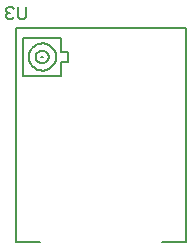
<source format=gbo>
G04*
G04 #@! TF.GenerationSoftware,Altium Limited,Altium Designer,20.1.8 (145)*
G04*
G04 Layer_Color=32896*
%FSLAX25Y25*%
%MOIN*%
G70*
G04*
G04 #@! TF.SameCoordinates,CA782F3F-0D54-4404-9751-EA5AB56DA471*
G04*
G04*
G04 #@! TF.FilePolarity,Positive*
G04*
G01*
G75*
%ADD11C,0.00787*%
%ADD14C,0.00700*%
%ADD52C,0.00591*%
D11*
X201162Y159283D02*
X209036D01*
X249887D02*
X257855D01*
X201162Y230584D02*
X257855D01*
X201162Y159283D02*
Y230584D01*
X257855Y159283D02*
Y230584D01*
D14*
X204300Y237699D02*
Y234366D01*
X203633Y233700D01*
X202301D01*
X201634Y234366D01*
Y237699D01*
X200301Y237032D02*
X199635Y237699D01*
X198302D01*
X197635Y237032D01*
Y236366D01*
X198302Y235699D01*
X198968D01*
X198302D01*
X197635Y235033D01*
Y234366D01*
X198302Y233700D01*
X199635D01*
X200301Y234366D01*
D52*
X214399Y220913D02*
X214293Y221892D01*
X213978Y222825D01*
X213471Y223669D01*
X212793Y224384D01*
X211978Y224937D01*
X211063Y225301D01*
X210092Y225460D01*
X209108Y225407D01*
X208159Y225144D01*
X207289Y224682D01*
X206539Y224045D01*
X205943Y223261D01*
X205529Y222367D01*
X205317Y221405D01*
Y220420D01*
X205529Y219459D01*
X205943Y218565D01*
X206539Y217781D01*
X207289Y217143D01*
X208159Y216682D01*
X209108Y216419D01*
X210092Y216365D01*
X211063Y216525D01*
X211978Y216889D01*
X212793Y217442D01*
X213471Y218157D01*
X213978Y219001D01*
X214293Y219934D01*
X214399Y220913D01*
X212019D02*
X211804Y221856D01*
X211201Y222613D01*
X210329Y223032D01*
X209361D01*
X208489Y222613D01*
X207886Y221856D01*
X207671Y220913D01*
X207886Y219969D01*
X208489Y219213D01*
X209361Y218793D01*
X210329D01*
X211201Y219213D01*
X211804Y219969D01*
X212019Y220913D01*
X210156D02*
X209534D01*
X210156D01*
X203546Y227212D02*
X209845D01*
X203546Y214614D02*
Y227212D01*
Y214614D02*
X216144D01*
X209845Y227212D02*
X216144D01*
Y222586D02*
Y227212D01*
Y222586D02*
X218507D01*
Y219239D02*
Y222586D01*
X216144Y219239D02*
X218507D01*
X216144Y214614D02*
Y219239D01*
M02*

</source>
